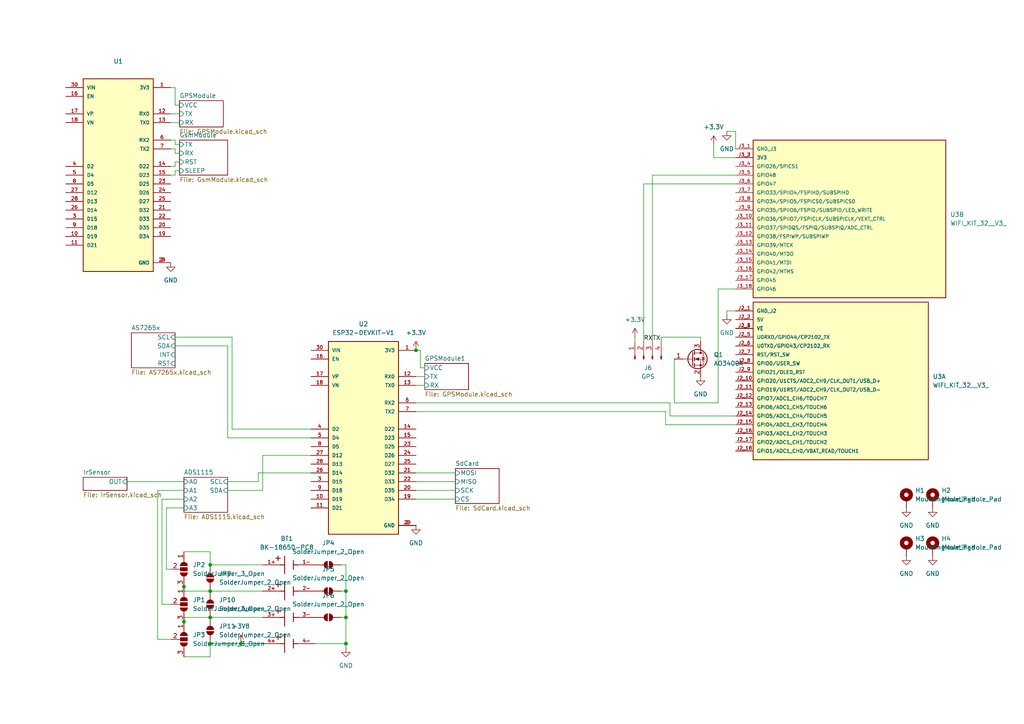
<source format=kicad_sch>
(kicad_sch (version 20250114) (generator "eeschema") (generator_version "9.0")
  (paper "A4")
  (lib_symbols
    (symbol "Connector:Conn_01x04_Pin" (pin_names (offset 1.016) (hide yes))
      (property "Reference" "J" (at 0 5.08 0))
      (property "Value" "Conn_01x04_Pin" (at 0 -7.62 0))
      (symbol "Conn_01x04_Pin_1_1"
        (rectangle (start 0.8636 2.667) (end 0 2.413) (stroke (width 0.1524)) (fill (type outline)))
        (rectangle (start 0.8636 0.127) (end 0 -0.127) (stroke (width 0.1524)) (fill (type outline)))
        (rectangle (start 0.8636 -2.413) (end 0 -2.667) (stroke (width 0.1524)) (fill (type outline)))
        (rectangle (start 0.8636 -4.953) (end 0 -5.207) (stroke (width 0.1524)) (fill (type outline)))
        (polyline (pts (xy 1.27 2.54) (xy 0.8636 2.54)) (stroke (width 0.1524)))
        (polyline (pts (xy 1.27 0) (xy 0.8636 0)) (stroke (width 0.1524)))
        (polyline (pts (xy 1.27 -2.54) (xy 0.8636 -2.54)) (stroke (width 0.1524)))
        (polyline (pts (xy 1.27 -5.08) (xy 0.8636 -5.08)) (stroke (width 0.1524)))
        (pin passive line (at 5.08 2.54 180) (length 3.81) (name "Pin_1") (number "1"))
        (pin passive line (at 5.08 0 180) (length 3.81) (name "Pin_2") (number "2"))
        (pin passive line (at 5.08 -2.54 180) (length 3.81) (name "Pin_3") (number "3"))
        (pin passive line (at 5.08 -5.08 180) (length 3.81) (name "Pin_4") (number "4"))
      )
    )
    (symbol "Felix:BK-18650-PC8" (pin_names (offset 1.016))
      (property "Reference" "BT" (at -3.81 13.97 0))
      (property "Value" "BK-18650-PC8" (at -3.81 -17.78 0))
      (symbol "BK-18650-PC8_0_0"
        (polyline (pts (xy -3.81 12.065) (xy -2.54 12.065)) (stroke (width 0.254)))
        (polyline (pts (xy -3.81 4.445) (xy -2.54 4.445)) (stroke (width 0.254)))
        (polyline (pts (xy -3.81 -3.175) (xy -2.54 -3.175)) (stroke (width 0.254)))
        (polyline (pts (xy -3.81 -10.795) (xy -2.54 -10.795)) (stroke (width 0.254)))
        (polyline (pts (xy -3.175 12.7) (xy -3.175 11.43)) (stroke (width 0.254)))
        (polyline (pts (xy -3.175 5.08) (xy -3.175 3.81)) (stroke (width 0.254)))
        (polyline (pts (xy -3.175 -2.54) (xy -3.175 -3.81)) (stroke (width 0.254)))
        (polyline (pts (xy -3.175 -10.16) (xy -3.175 -11.43)) (stroke (width 0.254)))
        (polyline (pts (xy -1.27 12.7) (xy -1.27 10.16)) (stroke (width 0.254)))
        (polyline (pts (xy -1.27 10.16) (xy -2.54 10.16)) (stroke (width 0.254)))
        (polyline (pts (xy -1.27 10.16) (xy -1.27 7.62)) (stroke (width 0.254)))
        (polyline (pts (xy -1.27 5.08) (xy -1.27 2.54)) (stroke (width 0.254)))
        (polyline (pts (xy -1.27 2.54) (xy -2.54 2.54)) (stroke (width 0.254)))
        (polyline (pts (xy -1.27 2.54) (xy -1.27 0)) (stroke (width 0.254)))
        (polyline (pts (xy -1.27 -2.54) (xy -1.27 -5.08)) (stroke (width 0.254)))
        (polyline (pts (xy -1.27 -5.08) (xy -2.54 -5.08)) (stroke (width 0.254)))
        (polyline (pts (xy -1.27 -5.08) (xy -1.27 -7.62)) (stroke (width 0.254)))
        (polyline (pts (xy -1.27 -10.16) (xy -1.27 -12.7)) (stroke (width 0.254)))
        (polyline (pts (xy -1.27 -12.7) (xy -2.54 -12.7)) (stroke (width 0.254)))
        (polyline (pts (xy -1.27 -12.7) (xy -1.27 -15.24)) (stroke (width 0.254)))
        (polyline (pts (xy 1.27 11.43) (xy 1.27 10.16)) (stroke (width 0.254)))
        (polyline (pts (xy 1.27 10.16) (xy 1.27 8.89)) (stroke (width 0.254)))
        (polyline (pts (xy 1.27 10.16) (xy 2.54 10.16)) (stroke (width 0.254)))
        (polyline (pts (xy 1.27 3.81) (xy 1.27 2.54)) (stroke (width 0.254)))
        (polyline (pts (xy 1.27 2.54) (xy 1.27 1.27)) (stroke (width 0.254)))
        (polyline (pts (xy 1.27 2.54) (xy 2.54 2.54)) (stroke (width 0.254)))
        (polyline (pts (xy 1.27 -3.81) (xy 1.27 -5.08)) (stroke (width 0.254)))
        (polyline (pts (xy 1.27 -5.08) (xy 1.27 -6.35)) (stroke (width 0.254)))
        (polyline (pts (xy 1.27 -5.08) (xy 2.54 -5.08)) (stroke (width 0.254)))
        (polyline (pts (xy 1.27 -11.43) (xy 1.27 -12.7)) (stroke (width 0.254)))
        (polyline (pts (xy 1.27 -12.7) (xy 1.27 -13.97)) (stroke (width 0.254)))
        (polyline (pts (xy 1.27 -12.7) (xy 2.54 -12.7)) (stroke (width 0.254)))
        (pin passive line (at -7.62 10.16 0) (length 5.08) (name "~") (number "1+"))
        (pin passive line (at -7.62 2.54 0) (length 5.08) (name "~") (number "2+"))
        (pin passive line (at -7.62 -5.08 0) (length 5.08) (name "~") (number "3+"))
        (pin passive line (at -7.62 -12.7 0) (length 5.08) (name "~") (number "4+"))
        (pin passive line (at 7.62 10.16 180) (length 5.08) (name "~") (number "1-"))
        (pin passive line (at 7.62 2.54 180) (length 5.08) (name "~") (number "2-"))
        (pin passive line (at 7.62 -5.08 180) (length 5.08) (name "~") (number "3-"))
        (pin passive line (at 7.62 -12.7 180) (length 5.08) (name "~") (number "4-"))
      )
    )
    (symbol "Felix:ESP32-DEVKIT-V1" (pin_names (offset 1.016))
      (property "Reference" "U" (at -10.16 30.48 0))
      (property "Value" "ESP32-DEVKIT-V1" (at -10.16 -30.48 0))
      (symbol "ESP32-DEVKIT-V1_0_0"
        (rectangle (start -10.16 -27.94) (end 10.16 27.94) (stroke (width 0.254)) (fill (type background)))
        (pin input line (at -15.24 25.4 0) (length 5.08) (name "VIN") (number "30"))
        (pin input line (at -15.24 22.86 0) (length 5.08) (name "EN") (number "16"))
        (pin bidirectional line (at -15.24 17.78 0) (length 5.08) (name "VP") (number "17"))
        (pin bidirectional line (at -15.24 15.24 0) (length 5.08) (name "VN") (number "18"))
        (pin bidirectional line (at -15.24 2.54 0) (length 5.08) (name "D2") (number "4"))
        (pin bidirectional line (at -15.24 0 0) (length 5.08) (name "D4") (number "5"))
        (pin bidirectional line (at -15.24 -2.54 0) (length 5.08) (name "D5") (number "8"))
        (pin bidirectional line (at -15.24 -5.08 0) (length 5.08) (name "D12") (number "27"))
        (pin bidirectional line (at -15.24 -7.62 0) (length 5.08) (name "D13") (number "28"))
        (pin bidirectional line (at -15.24 -10.16 0) (length 5.08) (name "D14") (number "26"))
        (pin bidirectional line (at -15.24 -12.7 0) (length 5.08) (name "D15") (number "3"))
        (pin bidirectional line (at -15.24 -15.24 0) (length 5.08) (name "D18") (number "9"))
        (pin bidirectional line (at -15.24 -17.78 0) (length 5.08) (name "D19") (number "10"))
        (pin bidirectional line (at -15.24 -20.32 0) (length 5.08) (name "D21") (number "11"))
        (pin output line (at 15.24 25.4 180) (length 5.08) (name "3V3") (number "1"))
        (pin input line (at 15.24 17.78 180) (length 5.08) (name "RX0") (number "12"))
        (pin output line (at 15.24 15.24 180) (length 5.08) (name "TX0") (number "13"))
        (pin input line (at 15.24 10.16 180) (length 5.08) (name "RX2") (number "6"))
        (pin output line (at 15.24 7.62 180) (length 5.08) (name "TX2") (number "7"))
        (pin bidirectional line (at 15.24 2.54 180) (length 5.08) (name "D22") (number "14"))
        (pin bidirectional line (at 15.24 0 180) (length 5.08) (name "D23") (number "15"))
        (pin bidirectional line (at 15.24 -2.54 180) (length 5.08) (name "D25") (number "23"))
        (pin bidirectional line (at 15.24 -5.08 180) (length 5.08) (name "D26") (number "24"))
        (pin bidirectional line (at 15.24 -7.62 180) (length 5.08) (name "D27") (number "25"))
        (pin bidirectional line (at 15.24 -10.16 180) (length 5.08) (name "D32") (number "21"))
        (pin bidirectional line (at 15.24 -12.7 180) (length 5.08) (name "D33") (number "22"))
        (pin bidirectional line (at 15.24 -15.24 180) (length 5.08) (name "D35") (number "20"))
        (pin bidirectional line (at 15.24 -17.78 180) (length 5.08) (name "D34") (number "19"))
        (pin power_in line (at 15.24 -25.4 180) (length 5.08) (name "GND") (number "2"))
        (pin power_in line (at 15.24 -25.4 180) (length 5.08) (name "GND") (number "29"))
      )
    )
    (symbol "Felix:WIFI_KIT_32__V3_" (pin_names (offset 1.016))
      (property "Reference" "U" (at -25.4 23.368 0))
      (property "Value" "WIFI_KIT_32__V3_" (at -25.4 -25.4 0))
      (symbol "WIFI_KIT_32__V3__1_0"
        (rectangle (start -25.4 -22.86) (end 25.4 22.86) (stroke (width 0.254)) (fill (type background)))
        (pin power_in line (at -30.48 20.32 0) (length 5.08) (name "GND_J2") (number "J2_1"))
        (pin power_in line (at -30.48 17.78 0) (length 5.08) (name "5V") (number "J2_2"))
        (pin power_in line (at -30.48 15.24 0) (length 5.08) (name "VE") (number "J2_3"))
        (pin power_in line (at -30.48 15.24 0) (length 5.08) (name "VE") (number "J2_4"))
        (pin bidirectional line (at -30.48 12.7 0) (length 5.08) (name "U0RXD/GPIO44/CP2102_TX") (number "J2_5"))
        (pin bidirectional line (at -30.48 10.16 0) (length 5.08) (name "U0TXD/GPIO43/CP2102_RX") (number "J2_6"))
        (pin input line (at -30.48 7.62 0) (length 5.08) (name "RST/RST_SW") (number "J2_7"))
        (pin bidirectional line (at -30.48 5.08 0) (length 5.08) (name "GPIO0/USER_SW") (number "J2_8"))
        (pin bidirectional line (at -30.48 2.54 0) (length 5.08) (name "GPIO21/OLED_RST") (number "J2_9"))
        (pin bidirectional line (at -30.48 0 0) (length 5.08) (name "GPIO20/U1CTS/ADC2_CH9/CLK_OUT1/USB_D+") (number "J2_10"))
        (pin bidirectional line (at -30.48 -2.54 0) (length 5.08) (name "GPIO19/U1RST/ADC2_CH9/CLK_OUT2/USB_D-") (number "J2_11"))
        (pin bidirectional line (at -30.48 -5.08 0) (length 5.08) (name "GPIO7/ADC1_CH6/TOUCH7") (number "J2_12"))
        (pin bidirectional line (at -30.48 -7.62 0) (length 5.08) (name "GPIO6/ADC1_CH5/TOUCH6") (number "J2_13"))
        (pin bidirectional line (at -30.48 -10.16 0) (length 5.08) (name "GPIO5/ADC1_CH4/TOUCH5") (number "J2_14"))
        (pin bidirectional line (at -30.48 -12.7 0) (length 5.08) (name "GPIO4/ADC1_CH3/TOUCH4") (number "J2_15"))
        (pin bidirectional line (at -30.48 -15.24 0) (length 5.08) (name "GPIO3/ADC1_CH2/TOUCH3") (number "J2_16"))
        (pin bidirectional line (at -30.48 -17.78 0) (length 5.08) (name "GPIO2/ADC1_CH1/TOUCH2") (number "J2_17"))
        (pin bidirectional line (at -30.48 -20.32 0) (length 5.08) (name "GPIO1/ADC1_CH0/VBAT_READ/TOUCH1") (number "J2_18"))
      )
      (symbol "WIFI_KIT_32__V3__2_0"
        (rectangle (start -27.94 -22.86) (end 27.94 22.86) (stroke (width 0.254)) (fill (type background)))
        (pin power_in line (at -33.02 20.32 0) (length 5.08) (name "GND_J3") (number "J3_1"))
        (pin power_in line (at -33.02 17.78 0) (length 5.08) (name "3V3") (number "J3_2"))
        (pin power_in line (at -33.02 17.78 0) (length 5.08) (name "3V3") (number "J3_3"))
        (pin bidirectional line (at -33.02 15.24 0) (length 5.08) (name "GPIO26/SPICS1") (number "J3_4"))
        (pin bidirectional line (at -33.02 12.7 0) (length 5.08) (name "GPIO48") (number "J3_5"))
        (pin bidirectional line (at -33.02 10.16 0) (length 5.08) (name "GPIO47") (number "J3_6"))
        (pin bidirectional line (at -33.02 7.62 0) (length 5.08) (name "GPIO33/SPIIO4/FSPIHD/SUBSPIHD") (number "J3_7"))
        (pin bidirectional line (at -33.02 5.08 0) (length 5.08) (name "GPIO34/SPIIO5/FSPICS0/SUBSPICS0") (number "J3_8"))
        (pin bidirectional line (at -33.02 2.54 0) (length 5.08) (name "GPIO35/SPIIO6/FSPID/SUBSPID/LED_WRITE") (number "J3_9"))
        (pin bidirectional line (at -33.02 0 0) (length 5.08) (name "GPIO36/SPIIO7/FSPICLK/SUBSPICLK/VEXT_CTRL") (number "J3_10"))
        (pin bidirectional line (at -33.02 -2.54 0) (length 5.08) (name "GPIO37/SPIDQS/FSPIQ/SUBSPIQ/ADC_CTRL") (number "J3_11"))
        (pin bidirectional line (at -33.02 -5.08 0) (length 5.08) (name "GPIO38/FSPIWP/SUBSPIWP") (number "J3_12"))
        (pin bidirectional line (at -33.02 -7.62 0) (length 5.08) (name "GPIO39/MTCK") (number "J3_13"))
        (pin bidirectional line (at -33.02 -10.16 0) (length 5.08) (name "GPIO40/MTDO") (number "J3_14"))
        (pin bidirectional line (at -33.02 -12.7 0) (length 5.08) (name "GPIO41/MTDI") (number "J3_15"))
        (pin bidirectional line (at -33.02 -15.24 0) (length 5.08) (name "GPIO42/MTMS") (number "J3_16"))
        (pin bidirectional line (at -33.02 -17.78 0) (length 5.08) (name "GPIO45") (number "J3_17"))
        (pin bidirectional line (at -33.02 -20.32 0) (length 5.08) (name "GPIO46") (number "J3_18"))
      )
    )
    (symbol "Jumper:SolderJumper_2_Open" (pin_numbers (hide yes)) (pin_names (offset 0) (hide yes)) (exclude_from_sim yes) (in_bom no)
      (property "Reference" "JP" (at 0 2.032 0))
      (property "Value" "SolderJumper_2_Open" (at 0 -2.54 0))
      (symbol "SolderJumper_2_Open_0_1"
        (polyline (pts (xy -0.254 1.016) (xy -0.254 -1.016)))
        (arc (start -0.254 -1.016) (mid -1.2656 0) (end -0.254 1.016))
        (arc (start -0.254 -1.016) (mid -1.2656 0) (end -0.254 1.016) (fill (type outline)))
        (arc (start 0.254 1.016) (mid 1.2656 0) (end 0.254 -1.016))
        (arc (start 0.254 1.016) (mid 1.2656 0) (end 0.254 -1.016) (fill (type outline)))
        (polyline (pts (xy 0.254 1.016) (xy 0.254 -1.016)))
      )
      (symbol "SolderJumper_2_Open_1_1"
        (pin passive line (at -3.81 0 0) (length 2.54) (name "A") (number "1"))
        (pin passive line (at 3.81 0 180) (length 2.54) (name "B") (number "2"))
      )
    )
    (symbol "Jumper:SolderJumper_3_Open" (pin_names (offset 0) (hide yes)) (exclude_from_sim yes) (in_bom no)
      (property "Reference" "JP" (at -2.54 -2.54 0))
      (property "Value" "SolderJumper_3_Open" (at 0 2.794 0))
      (symbol "SolderJumper_3_Open_0_1"
        (polyline (pts (xy -2.54 0) (xy -2.032 0)))
        (polyline (pts (xy -1.016 1.016) (xy -1.016 -1.016)))
        (arc (start -1.016 -1.016) (mid -2.0276 0) (end -1.016 1.016))
        (arc (start -1.016 -1.016) (mid -2.0276 0) (end -1.016 1.016) (fill (type outline)))
        (rectangle (start -0.508 1.016) (end 0.508 -1.016) (fill (type outline)))
        (polyline (pts (xy 0 -1.27) (xy 0 -1.016)))
        (arc (start 1.016 1.016) (mid 2.0276 0) (end 1.016 -1.016))
        (arc (start 1.016 1.016) (mid 2.0276 0) (end 1.016 -1.016) (fill (type outline)))
        (polyline (pts (xy 1.016 1.016) (xy 1.016 -1.016)))
        (polyline (pts (xy 2.54 0) (xy 2.032 0)))
      )
      (symbol "SolderJumper_3_Open_1_1"
        (pin passive line (at -5.08 0 0) (length 2.54) (name "A") (number "1"))
        (pin passive line (at 0 -3.81 90) (length 2.54) (name "C") (number "2"))
        (pin passive line (at 5.08 0 180) (length 2.54) (name "B") (number "3"))
      )
    )
    (symbol "Mechanical:MountingHole_Pad" (pin_numbers (hide yes)) (pin_names (offset 1.016) (hide yes)) (exclude_from_sim yes) (in_bom no)
      (property "Reference" "H" (at 0 6.35 0))
      (property "Value" "MountingHole_Pad" (at 0 4.445 0))
      (symbol "MountingHole_Pad_0_1"
        (circle (center 0 1.27) (radius 1.27) (stroke (width 1.27)))
      )
      (symbol "MountingHole_Pad_1_1"
        (pin input line (at 0 -2.54 90) (length 2.54) (name "1") (number "1"))
      )
    )
    (symbol "Transistor_FET:AO3400A" (pin_names (hide yes))
      (property "Reference" "Q" (at 5.08 1.905 0))
      (property "Value" "AO3400A" (at 5.08 0 0))
      (symbol "AO3400A_0_1"
        (polyline (pts (xy 0.254 1.905) (xy 0.254 -1.905)) (stroke (width 0.254)))
        (polyline (pts (xy 0.254 0) (xy -2.54 0)))
        (polyline (pts (xy 0.762 2.286) (xy 0.762 1.27)) (stroke (width 0.254)))
        (polyline (pts (xy 0.762 0.508) (xy 0.762 -0.508)) (stroke (width 0.254)))
        (polyline (pts (xy 0.762 -1.27) (xy 0.762 -2.286)) (stroke (width 0.254)))
        (polyline (pts (xy 0.762 -1.778) (xy 3.302 -1.778) (xy 3.302 1.778) (xy 0.762 1.778)))
        (polyline (pts (xy 1.016 0) (xy 2.032 0.381) (xy 2.032 -0.381) (xy 1.016 0)) (fill (type outline)))
        (circle (center 1.651 0) (radius 2.794) (stroke (width 0.254)))
        (polyline (pts (xy 2.54 2.54) (xy 2.54 1.778)))
        (circle (center 2.54 1.778) (radius 0.254) (fill (type outline)))
        (circle (center 2.54 -1.778) (radius 0.254) (fill (type outline)))
        (polyline (pts (xy 2.54 -2.54) (xy 2.54 0) (xy 0.762 0)))
        (polyline (pts (xy 2.794 0.508) (xy 2.921 0.381) (xy 3.683 0.381) (xy 3.81 0.254)))
        (polyline (pts (xy 3.302 0.381) (xy 2.921 -0.254) (xy 3.683 -0.254) (xy 3.302 0.381)))
      )
      (symbol "AO3400A_1_1"
        (pin input line (at -5.08 0 0) (length 2.54) (name "G") (number "1"))
        (pin passive line (at 2.54 5.08 270) (length 2.54) (name "D") (number "3"))
        (pin passive line (at 2.54 -5.08 90) (length 2.54) (name "S") (number "2"))
      )
    )
    (symbol "power:+3.3V" (power) (pin_numbers (hide yes)) (pin_names (offset 0) (hide yes))
      (property "Value" "+3.3V" (at 0 3.556 0))
      (symbol "+3.3V_0_1"
        (polyline (pts (xy -0.762 1.27) (xy 0 2.54)))
        (polyline (pts (xy 0 2.54) (xy 0.762 1.27)))
        (polyline (pts (xy 0 0) (xy 0 2.54)))
      )
      (symbol "+3.3V_1_1"
        (pin power_in line (at 0 0 90) (length 0) (name "~") (number "1"))
      )
    )
    (symbol "power:+3V8" (power) (pin_numbers (hide yes)) (pin_names (offset 0) (hide yes))
      (property "Value" "+3V8" (at 0 3.556 0))
      (symbol "+3V8_0_1"
        (polyline (pts (xy -0.762 1.27) (xy 0 2.54)))
        (polyline (pts (xy 0 2.54) (xy 0.762 1.27)))
        (polyline (pts (xy 0 0) (xy 0 2.54)))
      )
      (symbol "+3V8_1_1"
        (pin power_in line (at 0 0 90) (length 0) (name "~") (number "1"))
      )
    )
    (symbol "power:GND" (power) (pin_numbers (hide yes)) (pin_names (offset 0) (hide yes))
      (property "Value" "GND" (at 0 -3.81 0))
      (symbol "GND_0_1"
        (polyline (pts (xy 0 0) (xy 0 -1.27) (xy 1.27 -1.27) (xy 0 -2.54) (xy -1.27 -1.27) (xy 0 -1.27)))
      )
      (symbol "GND_1_1"
        (pin power_in line (at 0 0 270) (length 0) (name "~") (number "1"))
      )
    )
  )
  (junction (at 69.85 186.69))
  (junction (at 100.33 186.69))
  (junction (at 100.33 179.07))
  (junction (at 120.65 101.6))
  (junction (at 53.34 170.18))
  (junction (at 60.96 171.45))
  (junction (at 60.96 163.83))
  (junction (at 60.96 186.69))
  (junction (at 60.96 179.07))
  (junction (at 53.34 180.34))
  (junction (at 100.33 171.45))
  (wire (pts (xy 121.92 101.6) (xy 120.65 101.6)))
  (wire (pts (xy 50.8 30.48) (xy 50.8 25.4)))
  (wire (pts (xy 52.07 49.53) (xy 50.8 49.53)))
  (wire (pts (xy 195.58 116.84) (xy 208.28 116.84)))
  (wire (pts (xy 69.85 186.69) (xy 76.2 186.69)))
  (wire (pts (xy 120.65 111.76) (xy 123.19 111.76)))
  (wire (pts (xy 74.93 137.16) (xy 90.17 137.16)))
  (wire (pts (xy 213.36 38.1) (xy 213.36 43.18)))
  (wire (pts (xy 123.19 106.68) (xy 121.92 106.68)))
  (wire (pts (xy 60.96 160.02) (xy 60.96 163.83)))
  (wire (pts (xy 210.82 38.1) (xy 213.36 38.1)))
  (wire (pts (xy 76.2 132.08) (xy 76.2 142.24)))
  (wire (pts (xy 207.01 45.72) (xy 207.01 41.91)))
  (wire (pts (xy 48.26 147.32) (xy 53.34 147.32)))
  (wire (pts (xy 45.72 142.24) (xy 45.72 185.42)))
  (wire (pts (xy 120.65 109.22) (xy 123.19 109.22)))
  (wire (pts (xy 120.65 137.16) (xy 132.08 137.16)))
  (wire (pts (xy 99.06 163.83) (xy 100.33 163.83)))
  (wire (pts (xy 53.34 142.24) (xy 45.72 142.24)))
  (wire (pts (xy 210.82 90.17) (xy 213.36 90.17)))
  (wire (pts (xy 193.04 119.38) (xy 120.65 119.38)))
  (wire (pts (xy 191.77 97.79) (xy 203.2 97.79)))
  (wire (pts (xy 50.8 44.45) (xy 52.07 44.45)))
  (wire (pts (xy 213.36 123.19) (xy 193.04 123.19)))
  (wire (pts (xy 210.82 91.44) (xy 210.82 90.17)))
  (wire (pts (xy 50.8 41.91) (xy 52.07 41.91)))
  (wire (pts (xy 66.04 127) (xy 90.17 127)))
  (wire (pts (xy 66.04 100.33) (xy 66.04 127)))
  (wire (pts (xy 100.33 171.45) (xy 100.33 179.07)))
  (wire (pts (xy 195.58 104.14) (xy 195.58 116.84)))
  (wire (pts (xy 121.92 106.68) (xy 121.92 101.6)))
  (wire (pts (xy 76.2 132.08) (xy 90.17 132.08)))
  (wire (pts (xy 49.53 165.1) (xy 48.26 165.1)))
  (wire (pts (xy 191.77 97.79) (xy 191.77 99.06)))
  (wire (pts (xy 100.33 179.07) (xy 100.33 186.69)))
  (wire (pts (xy 50.8 48.26) (xy 50.8 46.99)))
  (wire (pts (xy 91.44 186.69) (xy 100.33 186.69)))
  (wire (pts (xy 67.31 124.46) (xy 90.17 124.46)))
  (wire (pts (xy 53.34 179.07) (xy 53.34 180.34)))
  (wire (pts (xy 46.99 144.78) (xy 53.34 144.78)))
  (wire (pts (xy 99.06 171.45) (xy 100.33 171.45)))
  (wire (pts (xy 194.31 120.65) (xy 213.36 120.65)))
  (wire (pts (xy 120.65 144.78) (xy 132.08 144.78)))
  (wire (pts (xy 49.53 175.26) (xy 46.99 175.26)))
  (wire (pts (xy 193.04 123.19) (xy 193.04 119.38)))
  (wire (pts (xy 100.33 163.83) (xy 100.33 171.45)))
  (wire (pts (xy 74.93 139.7) (xy 74.93 137.16)))
  (wire (pts (xy 50.8 49.53) (xy 50.8 50.8)))
  (wire (pts (xy 194.31 116.84) (xy 194.31 120.65)))
  (wire (pts (xy 36.83 139.7) (xy 53.34 139.7)))
  (wire (pts (xy 213.36 53.34) (xy 186.69 53.34)))
  (wire (pts (xy 60.96 190.5) (xy 60.96 186.69)))
  (wire (pts (xy 60.96 186.69) (xy 69.85 186.69)))
  (wire (pts (xy 49.53 40.64) (xy 50.8 40.64)))
  (wire (pts (xy 50.8 40.64) (xy 50.8 41.91)))
  (wire (pts (xy 49.53 35.56) (xy 52.07 35.56)))
  (wire (pts (xy 100.33 186.69) (xy 100.33 187.96)))
  (wire (pts (xy 49.53 48.26) (xy 50.8 48.26)))
  (wire (pts (xy 46.99 175.26) (xy 46.99 144.78)))
  (wire (pts (xy 53.34 170.18) (xy 53.34 171.45)))
  (wire (pts (xy 50.8 100.33) (xy 66.04 100.33)))
  (wire (pts (xy 49.53 43.18) (xy 50.8 43.18)))
  (wire (pts (xy 76.2 142.24) (xy 66.04 142.24)))
  (wire (pts (xy 189.23 50.8) (xy 189.23 99.06)))
  (wire (pts (xy 49.53 33.02) (xy 52.07 33.02)))
  (wire (pts (xy 48.26 165.1) (xy 48.26 147.32)))
  (wire (pts (xy 120.65 116.84) (xy 194.31 116.84)))
  (wire (pts (xy 67.31 97.79) (xy 67.31 124.46)))
  (wire (pts (xy 50.8 43.18) (xy 50.8 44.45)))
  (wire (pts (xy 203.2 97.79) (xy 203.2 99.06)))
  (wire (pts (xy 66.04 139.7) (xy 74.93 139.7)))
  (wire (pts (xy 52.07 30.48) (xy 50.8 30.48)))
  (wire (pts (xy 186.69 53.34) (xy 186.69 99.06)))
  (wire (pts (xy 50.8 25.4) (xy 49.53 25.4)))
  (wire (pts (xy 184.15 99.06) (xy 184.15 97.79)))
  (wire (pts (xy 60.96 179.07) (xy 53.34 179.07)))
  (wire (pts (xy 50.8 97.79) (xy 67.31 97.79)))
  (wire (pts (xy 49.53 50.8) (xy 50.8 50.8)))
  (wire (pts (xy 60.96 179.07) (xy 76.2 179.07)))
  (wire (pts (xy 60.96 171.45) (xy 76.2 171.45)))
  (wire (pts (xy 120.65 142.24) (xy 132.08 142.24)))
  (wire (pts (xy 45.72 185.42) (xy 49.53 185.42)))
  (wire (pts (xy 189.23 50.8) (xy 213.36 50.8)))
  (wire (pts (xy 50.8 46.99) (xy 52.07 46.99)))
  (wire (pts (xy 53.34 190.5) (xy 60.96 190.5)))
  (wire (pts (xy 53.34 160.02) (xy 60.96 160.02)))
  (wire (pts (xy 120.65 139.7) (xy 132.08 139.7)))
  (wire (pts (xy 213.36 45.72) (xy 207.01 45.72)))
  (wire (pts (xy 60.96 163.83) (xy 76.2 163.83)))
  (wire (pts (xy 99.06 179.07) (xy 100.33 179.07)))
  (wire (pts (xy 60.96 171.45) (xy 53.34 171.45)))
  (wire (pts (xy 208.28 83.82) (xy 213.36 83.82)))
  (wire (pts (xy 208.28 83.82) (xy 208.28 116.84)))
  (label "RX" (at 186.69 99.06 0))
  (label "TX" (at 189.23 99.06 0))
  (symbol (lib_id "power:GND") (at 203.2 109.22 0) (unit 1)
    (property "Reference" "#PWR019" (effects (hide yes)))
    (property "Value" "GND" (at 203.2 114.3 0))
    (property "Description" "Power symbol creates a global label with name \"GND\" , ground" (effects (hide yes)))
  )
  (symbol (lib_id "Transistor_FET:AO3400A") (at 200.66 104.14 0) (unit 1)
    (property "Reference" "Q1" (at 207.01 102.8699 0) (effects (justify left)))
    (property "Value" "AO3400A" (at 207.01 105.4099 0) (effects (justify left)))
    (property "Footprint" "Package_TO_SOT_SMD:SOT-23" (effects (hide yes)))
    (property "Datasheet" "http://www.aosmd.com/pdfs/datasheet/AO3400A.pdf" (effects (hide yes)))
    (property "Description" "30V Vds, 5.7A Id, N-Channel MOSFET, SOT-23" (effects (hide yes)))
  )
  (symbol (lib_id "power:GND") (at 210.82 91.44 0) (unit 1)
    (property "Reference" "#PWR020" (effects (hide yes)))
    (property "Value" "GND" (at 210.82 96.52 0))
    (property "Description" "Power symbol creates a global label with name \"GND\" , ground" (effects (hide yes)))
  )
  (symbol (lib_id "power:+3V8") (at 69.85 186.69 0) (unit 1)
    (property "Reference" "#PWR024" (effects (hide yes)))
    (property "Value" "+3V8" (at 69.85 181.61 0))
    (property "Description" "Power symbol creates a global label with name \"+3V8\"" (effects (hide yes)))
  )
  (symbol (lib_id "Jumper:SolderJumper_3_Open") (at 53.34 175.26 270) (unit 1) (exclude_from_sim yes) (in_bom no)
    (property "Reference" "JP1" (at 55.88 173.9899 90) (effects (justify left)))
    (property "Value" "SolderJumper_3_Open" (at 55.88 176.5299 90) (effects (justify left)))
    (property "Footprint" "Jumper:SolderJumper-3_P2.0mm_Open_TrianglePad1.0x1.5mm_NumberLabels" (effects (hide yes)))
    (property "Description" "Solder Jumper, 3-pole, open" (effects (hide yes)))
  )
  (symbol (lib_id "power:GND") (at 100.33 187.96 0) (unit 1)
    (property "Reference" "#PWR022" (effects (hide yes)))
    (property "Value" "GND" (at 100.33 193.04 0))
    (property "Description" "Power symbol creates a global label with name \"GND\" , ground" (effects (hide yes)))
  )
  (symbol (lib_id "power:GND") (at 270.51 147.32 0) (unit 1)
    (property "Reference" "#PWR09" (effects (hide yes)))
    (property "Value" "GND" (at 270.51 152.4 0))
    (property "Description" "Power symbol creates a global label with name \"GND\" , ground" (effects (hide yes)))
  )
  (symbol (lib_id "power:GND") (at 262.89 161.29 0) (unit 1)
    (property "Reference" "#PWR015" (effects (hide yes)))
    (property "Value" "GND" (at 262.89 166.37 0))
    (property "Description" "Power symbol creates a global label with name \"GND\" , ground" (effects (hide yes)))
  )
  (symbol (lib_id "Jumper:SolderJumper_3_Open") (at 53.34 185.42 270) (unit 1) (exclude_from_sim yes) (in_bom no)
    (property "Reference" "JP3" (at 55.88 184.1499 90) (effects (justify left)))
    (property "Value" "SolderJumper_3_Open" (at 55.88 186.6899 90) (effects (justify left)))
    (property "Footprint" "Jumper:SolderJumper-3_P2.0mm_Open_TrianglePad1.0x1.5mm_NumberLabels" (effects (hide yes)))
    (property "Description" "Solder Jumper, 3-pole, open" (effects (hide yes)))
  )
  (symbol (lib_id "Mechanical:MountingHole_Pad") (at 270.51 158.75 0) (unit 1) (exclude_from_sim yes) (in_bom no)
    (property "Reference" "H4" (at 273.05 156.2099 0) (effects (justify left)))
    (property "Value" "MountingHole_Pad" (at 273.05 158.7499 0) (effects (justify left)))
    (property "Footprint" "MountingHole:MountingHole_3.2mm_M3_Pad" (effects (hide yes)))
    (property "Description" "Mounting Hole with connection" (effects (hide yes)))
  )
  (symbol (lib_id "Jumper:SolderJumper_2_Open") (at 60.96 167.64 90) (unit 1) (exclude_from_sim yes) (in_bom no)
    (property "Reference" "JP9" (at 63.5 166.3699 90) (effects (justify right)))
    (property "Value" "SolderJumper_2_Open" (at 63.5 168.9099 90) (effects (justify right)))
    (property "Footprint" "Jumper:SolderJumper-2_P1.3mm_Open_TrianglePad1.0x1.5mm" (effects (hide yes)))
    (property "Description" "Solder Jumper, 2-pole, open" (effects (hide yes)))
  )
  (symbol (lib_id "Jumper:SolderJumper_2_Open") (at 95.25 171.45 0) (unit 1) (exclude_from_sim yes) (in_bom no)
    (property "Reference" "JP5" (at 95.25 165.1 0))
    (property "Value" "SolderJumper_2_Open" (at 95.25 167.64 0))
    (property "Footprint" "Jumper:SolderJumper-2_P1.3mm_Open_TrianglePad1.0x1.5mm" (effects (hide yes)))
    (property "Description" "Solder Jumper, 2-pole, open" (effects (hide yes)))
  )
  (symbol (lib_id "power:+3.3V") (at 207.01 41.91 0) (unit 1)
    (property "Reference" "#PWR021" (effects (hide yes)))
    (property "Value" "+3.3V" (at 207.01 36.83 0))
    (property "Description" "Power symbol creates a global label with name \"+3.3V\"" (effects (hide yes)))
  )
  (symbol (lib_id "Jumper:SolderJumper_2_Open") (at 60.96 182.88 90) (unit 1) (exclude_from_sim yes) (in_bom no)
    (property "Reference" "JP11" (at 63.5 181.6099 90) (effects (justify right)))
    (property "Value" "SolderJumper_2_Open" (at 63.5 184.1499 90) (effects (justify right)))
    (property "Footprint" "Jumper:SolderJumper-2_P1.3mm_Open_TrianglePad1.0x1.5mm" (effects (hide yes)))
    (property "Description" "Solder Jumper, 2-pole, open" (effects (hide yes)))
  )
  (symbol (lib_id "power:GND") (at 120.65 152.4 0) (unit 1)
    (property "Reference" "#PWR014" (effects (hide yes)))
    (property "Value" "GND" (at 120.65 157.48 0))
    (property "Description" "Power symbol creates a global label with name \"GND\" , ground" (effects (hide yes)))
  )
  (symbol (lib_id "Felix:ESP32-DEVKIT-V1") (at 34.29 50.8 0) (unit 1)
    (property "Reference" "U1" (at 34.29 17.78 0))
    (property "Value" "ESP32-DEVKIT-V1" (effects (hide yes)))
    (property "Footprint" "Felix:MODULE_ESP32_DEVKIT_V1_NO_WIFI_No_Hole" (effects (hide yes)))
    (property "MF" "Do it" (effects (hide yes)))
    (property "MAXIMUM_PACKAGE_HEIGHT" "6.8 mm" (effects (hide yes)))
    (property "Package" "None" (effects (hide yes)))
    (property "Price" "None" (effects (hide yes)))
    (property "Check_prices" "https://www.snapeda.com/parts/ESP32-DEVKIT-V1/Do+it/view-part/?ref=eda" (effects (hide yes)))
    (property "STANDARD" "Manufacturer Recommendations" (effects (hide yes)))
    (property "PARTREV" "N/A" (effects (hide yes)))
    (property "SnapEDA_Link" "https://www.snapeda.com/parts/ESP32-DEVKIT-V1/Do+it/view-part/?ref=snap" (effects (hide yes)))
    (property "MP" "ESP32-DEVKIT-V1" (effects (hide yes)))
    (property "Description_1" "\n                        \n                            Dual core, Wi-Fi: 2.4 GHz up to 150 Mbits/s,BLE (Bluetooth Low Energy) and legacy Bluetooth, 32 bits, Up to 240 MHz\n                        \n" (effects (hide yes)))
    (property "Availability" "Not in stock" (effects (hide yes)))
    (property "MANUFACTURER" "DOIT" (effects (hide yes)))
  )
  (symbol (lib_id "power:+3.3V") (at 120.65 101.6 0) (unit 1)
    (property "Reference" "#PWR016" (effects (hide yes)))
    (property "Value" "+3.3V" (at 120.65 96.52 0))
    (property "Description" "Power symbol creates a global label with name \"+3.3V\"" (effects (hide yes)))
  )
  (symbol (lib_id "Felix:WIFI_KIT_32__V3_") (at 243.84 110.49 0) (unit 1)
    (property "Reference" "U3" (at 270.51 109.2199 0) (effects (justify left)))
    (property "Value" "WIFI_KIT_32__V3_" (at 270.51 111.7599 0) (effects (justify left)))
    (property "Footprint" "Felix:MODULE_WIFI_KIT_32__V3_" (effects (hide yes)))
    (property "MF" "Heltec Automation" (effects (hide yes)))
    (property "MAXIMUM_PACKAGE_HEIGHT" "10.2mm" (effects (hide yes)))
    (property "Package" "Package" (effects (hide yes)))
    (property "Price" "None" (effects (hide yes)))
    (property "STANDARD" "Manufacturer Recommendations" (effects (hide yes)))
    (property "PARTREV" "Rev 1.1" (effects (hide yes)))
    (property "MP" "WIFI KIT 32 (V3)" (effects (hide yes)))
    (property "Description_1" "\n                        \n                            *GPIO input only\n*ADC preamplifier\n*GPIOs are 3.3V tolerant only\n                        \n" (effects (hide yes)))
    (property "Availability" "Not in stock" (effects (hide yes)))
    (property "MANUFACTURER" "Heltec Automation" (effects (hide yes)))
  )
  (symbol (lib_id "Mechanical:MountingHole_Pad") (at 262.89 144.78 0) (unit 1) (exclude_from_sim yes) (in_bom no)
    (property "Reference" "H1" (at 265.43 142.2399 0) (effects (justify left)))
    (property "Value" "MountingHole_Pad" (at 265.43 144.7799 0) (effects (justify left)))
    (property "Footprint" "MountingHole:MountingHole_3.2mm_M3_Pad" (effects (hide yes)))
    (property "Description" "Mounting Hole with connection" (effects (hide yes)))
  )
  (symbol (lib_id "Mechanical:MountingHole_Pad") (at 262.89 158.75 0) (unit 1) (exclude_from_sim yes) (in_bom no)
    (property "Reference" "H3" (at 265.43 156.2099 0) (effects (justify left)))
    (property "Value" "MountingHole_Pad" (at 265.43 158.7499 0) (effects (justify left)))
    (property "Footprint" "MountingHole:MountingHole_3.2mm_M3_Pad" (effects (hide yes)))
    (property "Description" "Mounting Hole with connection" (effects (hide yes)))
  )
  (symbol (lib_id "power:GND") (at 262.89 147.32 0) (unit 1)
    (property "Reference" "#PWR01" (effects (hide yes)))
    (property "Value" "GND" (at 262.89 152.4 0))
    (property "Description" "Power symbol creates a global label with name \"GND\" , ground" (effects (hide yes)))
  )
  (symbol (lib_id "power:GND") (at 270.51 161.29 0) (unit 1)
    (property "Reference" "#PWR026" (effects (hide yes)))
    (property "Value" "GND" (at 270.51 166.37 0))
    (property "Description" "Power symbol creates a global label with name \"GND\" , ground" (effects (hide yes)))
  )
  (symbol (lib_id "Felix:ESP32-DEVKIT-V1") (at 105.41 127 0) (unit 1)
    (property "Reference" "U2" (at 105.41 93.98 0))
    (property "Value" "ESP32-DEVKIT-V1" (at 105.41 96.52 0))
    (property "Footprint" "Felix:MODULE_ESP32_DEVKIT_V1_NO_WIFI_No_Hole" (effects (hide yes)))
    (property "MF" "Do it" (effects (hide yes)))
    (property "MAXIMUM_PACKAGE_HEIGHT" "6.8 mm" (effects (hide yes)))
    (property "Package" "None" (effects (hide yes)))
    (property "Price" "None" (effects (hide yes)))
    (property "Check_prices" "https://www.snapeda.com/parts/ESP32-DEVKIT-V1/Do+it/view-part/?ref=eda" (effects (hide yes)))
    (property "STANDARD" "Manufacturer Recommendations" (effects (hide yes)))
    (property "PARTREV" "N/A" (effects (hide yes)))
    (property "SnapEDA_Link" "https://www.snapeda.com/parts/ESP32-DEVKIT-V1/Do+it/view-part/?ref=snap" (effects (hide yes)))
    (property "MP" "ESP32-DEVKIT-V1" (effects (hide yes)))
    (property "Description_1" "\n                        \n                            Dual core, Wi-Fi: 2.4 GHz up to 150 Mbits/s,BLE (Bluetooth Low Energy) and legacy Bluetooth, 32 bits, Up to 240 MHz\n                        \n" (effects (hide yes)))
    (property "Availability" "Not in stock" (effects (hide yes)))
    (property "MANUFACTURER" "DOIT" (effects (hide yes)))
  )
  (symbol (lib_id "Felix:WIFI_KIT_32__V3_") (at 246.38 63.5 0) (unit 2)
    (property "Reference" "U3" (at 275.59 62.2299 0) (effects (justify left)))
    (property "Value" "WIFI_KIT_32__V3_" (at 275.59 64.7699 0) (effects (justify left)))
    (property "Footprint" "Felix:MODULE_WIFI_KIT_32__V3_" (effects (hide yes)))
    (property "MF" "Heltec Automation" (effects (hide yes)))
    (property "MAXIMUM_PACKAGE_HEIGHT" "10.2mm" (effects (hide yes)))
    (property "Package" "Package" (effects (hide yes)))
    (property "Price" "None" (effects (hide yes)))
    (property "STANDARD" "Manufacturer Recommendations" (effects (hide yes)))
    (property "PARTREV" "Rev 1.1" (effects (hide yes)))
    (property "MP" "WIFI KIT 32 (V3)" (effects (hide yes)))
    (property "Description_1" "\n                        \n                            *GPIO input only\n*ADC preamplifier\n*GPIOs are 3.3V tolerant only\n                        \n" (effects (hide yes)))
    (property "Availability" "Not in stock" (effects (hide yes)))
    (property "MANUFACTURER" "Heltec Automation" (effects (hide yes)))
  )
  (symbol (lib_id "Felix:BK-18650-PC8") (at 83.82 173.99 0) (unit 1)
    (property "Reference" "BT1" (at 83.185 156.21 0))
    (property "Value" "BK-18650-PC8" (at 83.185 158.75 0))
    (property "Footprint" "Felix:BAT_BK-18650-PC8" (effects (hide yes)))
  )
  (symbol (lib_id "Jumper:SolderJumper_2_Open") (at 95.25 179.07 0) (unit 1) (exclude_from_sim yes) (in_bom no)
    (property "Reference" "JP6" (at 95.25 172.72 0))
    (property "Value" "SolderJumper_2_Open" (at 95.25 175.26 0))
    (property "Footprint" "Jumper:SolderJumper-2_P1.3mm_Open_TrianglePad1.0x1.5mm" (effects (hide yes)))
    (property "Description" "Solder Jumper, 2-pole, open" (effects (hide yes)))
  )
  (symbol (lib_id "power:GND") (at 49.53 76.2 0) (unit 1)
    (property "Reference" "#PWR013" (effects (hide yes)))
    (property "Value" "GND" (at 49.53 81.28 0))
    (property "Description" "Power symbol creates a global label with name \"GND\" , ground" (effects (hide yes)))
  )
  (symbol (lib_id "Jumper:SolderJumper_2_Open") (at 95.25 163.83 0) (unit 1) (exclude_from_sim yes) (in_bom no)
    (property "Reference" "JP4" (at 95.25 157.48 0))
    (property "Value" "SolderJumper_2_Open" (at 95.25 160.02 0))
    (property "Footprint" "Jumper:SolderJumper-2_P1.3mm_Open_TrianglePad1.0x1.5mm" (effects (hide yes)))
    (property "Description" "Solder Jumper, 2-pole, open" (effects (hide yes)))
  )
  (symbol (lib_id "power:GND") (at 210.82 38.1 0) (unit 1)
    (property "Reference" "#PWR012" (effects (hide yes)))
    (property "Value" "GND" (at 210.82 43.18 0))
    (property "Description" "Power symbol creates a global label with name \"GND\" , ground" (effects (hide yes)))
  )
  (symbol (lib_id "Jumper:SolderJumper_2_Open") (at 60.96 175.26 90) (unit 1) (exclude_from_sim yes) (in_bom no)
    (property "Reference" "JP10" (at 63.5 173.9899 90) (effects (justify right)))
    (property "Value" "SolderJumper_2_Open" (at 63.5 176.5299 90) (effects (justify right)))
    (property "Footprint" "Jumper:SolderJumper-2_P1.3mm_Open_TrianglePad1.0x1.5mm" (effects (hide yes)))
    (property "Description" "Solder Jumper, 2-pole, open" (effects (hide yes)))
  )
  (symbol (lib_id "power:+3.3V") (at 184.15 97.79 0) (unit 1)
    (property "Reference" "#PWR011" (effects (hide yes)))
    (property "Value" "+3.3V" (at 184.15 92.71 0))
    (property "Description" "Power symbol creates a global label with name \"+3.3V\"" (effects (hide yes)))
  )
  (symbol (lib_id "Connector:Conn_01x04_Pin") (at 186.69 104.14 90) (unit 1)
    (property "Reference" "J6" (at 187.96 106.68 90))
    (property "Value" "GPS" (at 187.96 109.22 90))
    (property "Footprint" "Connector_PinHeader_2.54mm:PinHeader_1x04_P2.54mm_Vertical" (effects (hide yes)))
    (property "Description" "Generic connector, single row, 01x04, script generated" (effects (hide yes)))
  )
  (symbol (lib_id "Jumper:SolderJumper_3_Open") (at 53.34 165.1 270) (unit 1) (exclude_from_sim yes) (in_bom no)
    (property "Reference" "JP2" (at 55.88 163.8299 90) (effects (justify left)))
    (property "Value" "SolderJumper_3_Open" (at 55.88 166.3699 90) (effects (justify left)))
    (property "Footprint" "Jumper:SolderJumper-3_P2.0mm_Open_TrianglePad1.0x1.5mm_NumberLabels" (effects (hide yes)))
    (property "Description" "Solder Jumper, 3-pole, open" (effects (hide yes)))
  )
  (symbol (lib_id "Mechanical:MountingHole_Pad") (at 270.51 144.78 0) (unit 1) (exclude_from_sim yes) (in_bom no)
    (property "Reference" "H2" (at 273.05 142.2399 0) (effects (justify left)))
    (property "Value" "MountingHole_Pad" (at 273.05 144.7799 0) (effects (justify left)))
    (property "Footprint" "MountingHole:MountingHole_3.2mm_M3_Pad" (effects (hide yes)))
    (property "Description" "Mounting Hole with connection" (effects (hide yes)))
  )
  (sheet (at 132.08 135.89) (size 12.7 10.16) (stroke (width 0.1524))
    (property "Sheetname" "SdCard" (at 132.08 135.1784 0) (effects (justify left bottom)))
    (property "Sheetfile" "SdCard.kicad_sch" (at 132.08 146.6346 0) (effects (justify left top)))
    (pin "CS" input (at 132.08 144.78 180))
    (pin "SCK" input (at 132.08 142.24 180))
    (pin "MOSI" input (at 132.08 137.16 180))
    (pin "MISO" input (at 132.08 139.7 180))
  )
  (sheet (at 38.1 96.52) (size 12.7 10.16) (stroke (width 0.1524))
    (property "Sheetname" "AS7265x" (at 38.1 95.8084 0) (effects (justify left bottom)))
    (property "Sheetfile" "AS7265x.kicad_sch" (at 38.1 107.2646 0) (effects (justify left top)))
    (pin "SCL" input (at 50.8 97.79 0))
    (pin "SDA" input (at 50.8 100.33 0))
    (pin "INT" input (at 50.8 102.87 0))
    (pin "RST" input (at 50.8 105.41 0))
  )
  (sheet (at 53.34 138.43) (size 12.7 10.16) (stroke (width 0.1524))
    (property "Sheetname" "ADS1115" (at 53.34 137.7184 0) (effects (justify left bottom)))
    (property "Sheetfile" "ADS1115.kicad_sch" (at 53.34 149.1746 0) (effects (justify left top)))
    (pin "SCL" input (at 66.04 139.7 0))
    (pin "SDA" input (at 66.04 142.24 0))
    (pin "A3" input (at 53.34 147.32 180))
    (pin "A2" input (at 53.34 144.78 180))
    (pin "A1" input (at 53.34 142.24 180))
    (pin "A0" input (at 53.34 139.7 180))
  )
  (sheet (at 123.19 105.41) (size 12.7 7.62) (stroke (width 0.1524))
    (property "Sheetname" "GPSModule1" (at 123.19 104.6984 0) (effects (justify left bottom)))
    (property "Sheetfile" "GPSModule.kicad_sch" (at 123.19 113.6146 0) (effects (justify left top)))
    (pin "RX" input (at 123.19 111.76 180))
    (pin "TX" input (at 123.19 109.22 180))
    (pin "VCC" input (at 123.19 106.68 180))
  )
  (sheet (at 52.07 40.64) (size 13.97 10.16) (stroke (width 0.1524))
    (property "Sheetname" "GsmModule" (at 52.07 39.9284 0) (effects (justify left bottom)))
    (property "Sheetfile" "GsmModule.kicad_sch" (at 52.07 51.3846 0) (effects (justify left top)))
    (pin "TX" input (at 52.07 41.91 180))
    (pin "RST" input (at 52.07 46.99 180))
    (pin "SLEEP" input (at 52.07 49.53 180))
    (pin "RX" input (at 52.07 44.45 180))
  )
  (sheet (at 24.13 138.43) (size 12.7 3.81) (stroke (width 0.1524))
    (property "Sheetname" "IrSensor" (at 24.13 137.7184 0) (effects (justify left bottom)))
    (property "Sheetfile" "IrSensor.kicad_sch" (at 24.13 142.8246 0) (effects (justify left top)))
    (pin "OUT" input (at 36.83 139.7 0))
  )
  (sheet (at 52.07 29.21) (size 12.7 7.62) (stroke (width 0.1524))
    (property "Sheetname" "GPSModule" (at 52.07 28.4984 0) (effects (justify left bottom)))
    (property "Sheetfile" "GPSModule.kicad_sch" (at 52.07 37.4146 0) (effects (justify left top)))
    (pin "RX" input (at 52.07 35.56 180))
    (pin "TX" input (at 52.07 33.02 180))
    (pin "VCC" input (at 52.07 30.48 180))
  )
)
</source>
